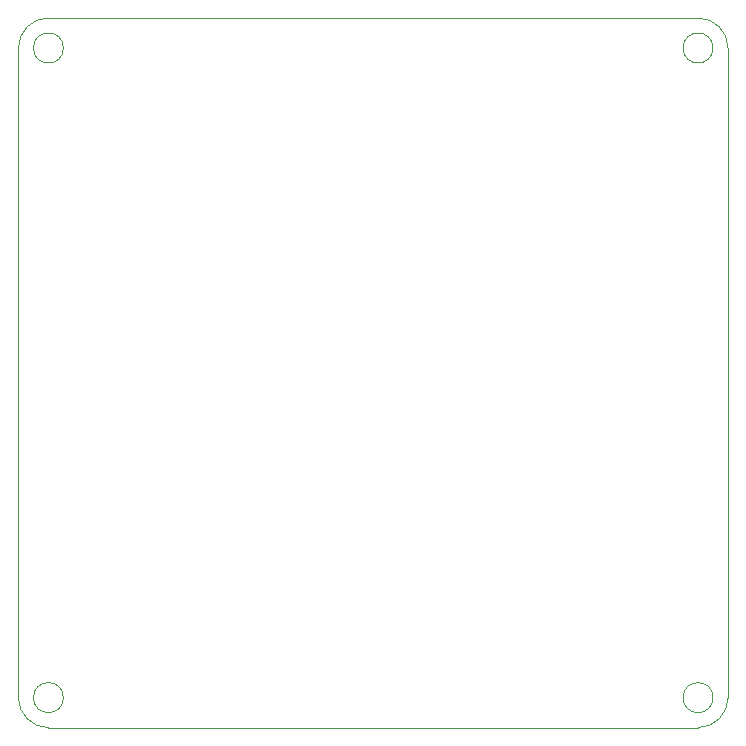
<source format=gbr>
G04 #@! TF.GenerationSoftware,KiCad,Pcbnew,5.1.5+dfsg1-2build2*
G04 #@! TF.CreationDate,2020-08-14T19:59:24+10:00*
G04 #@! TF.ProjectId,sid-board-v3_blocklayout,7369642d-626f-4617-9264-2d76335f626c,rev?*
G04 #@! TF.SameCoordinates,Original*
G04 #@! TF.FileFunction,Profile,NP*
%FSLAX46Y46*%
G04 Gerber Fmt 4.6, Leading zero omitted, Abs format (unit mm)*
G04 Created by KiCad (PCBNEW 5.1.5+dfsg1-2build2) date 2020-08-14 19:59:24*
%MOMM*%
%LPD*%
G04 APERTURE LIST*
%ADD10C,0.100000*%
G04 APERTURE END LIST*
D10*
X172858739Y-120786000D02*
G75*
G02X170316000Y-123328739I-2542739J0D01*
G01*
X115316000Y-123328739D02*
G75*
G02X112773261Y-120786000I0J2542739D01*
G01*
X112773261Y-65786000D02*
G75*
G02X115316000Y-63243261I2542739J0D01*
G01*
X170316000Y-63243261D02*
G75*
G02X172858739Y-65786000I0J-2542739D01*
G01*
X112773261Y-120786000D02*
X112773261Y-65786000D01*
X170316000Y-123328739D02*
X115316000Y-123328739D01*
X172858739Y-65786000D02*
X172858739Y-120786000D01*
X115316000Y-63243261D02*
X170316000Y-63243261D01*
X171586000Y-120786000D02*
G75*
G03X171586000Y-120786000I-1270000J0D01*
G01*
X116586000Y-120786000D02*
G75*
G03X116586000Y-120786000I-1270000J0D01*
G01*
X171586000Y-65786000D02*
G75*
G03X171586000Y-65786000I-1270000J0D01*
G01*
X116586000Y-65786000D02*
G75*
G03X116586000Y-65786000I-1270000J0D01*
G01*
M02*

</source>
